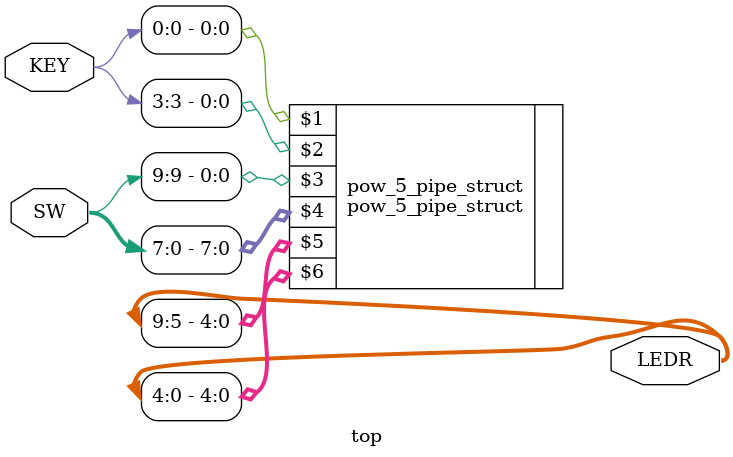
<source format=v>

module top (SW, KEY, LEDR);

	 input wire [9:0] SW;        // DE-series switches
    input wire [3:0] KEY;       // DE-series pushbuttons
	 
	 output wire [9:0] LEDR;     // DE-series LEDs   

    pow_5_pipe_struct pow_5_pipe_struct (KEY[0], KEY[3], SW[9], SW[7:0], LEDR[9:5], LEDR[4:0]);

endmodule


</source>
